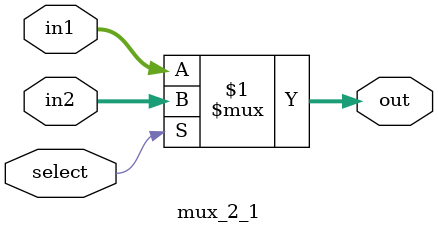
<source format=v>
`timescale 1ns / 1ps
module mux_2_1(out, select, in1, in2);
parameter width = 5;
	
	output [width-1:0] out;
	input select;
	input [width-1:0] in1;
	input [width-1:0] in2;
	
	//N bit wide 2 to 1 Mux
	assign out = select ? in2:in1;

endmodule

</source>
